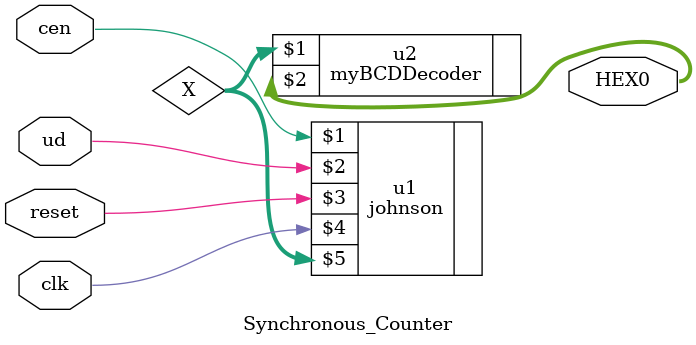
<source format=v>
module Synchronous_Counter (
input cen, 
input ud, 
input reset, 
input clk, 
output [6:0] HEX0 

);

wire [4:0] X;

johnson u1(cen,ud,reset,clk,X);
myBCDDecoder u2(X[4:0],HEX0);

endmodule

</source>
